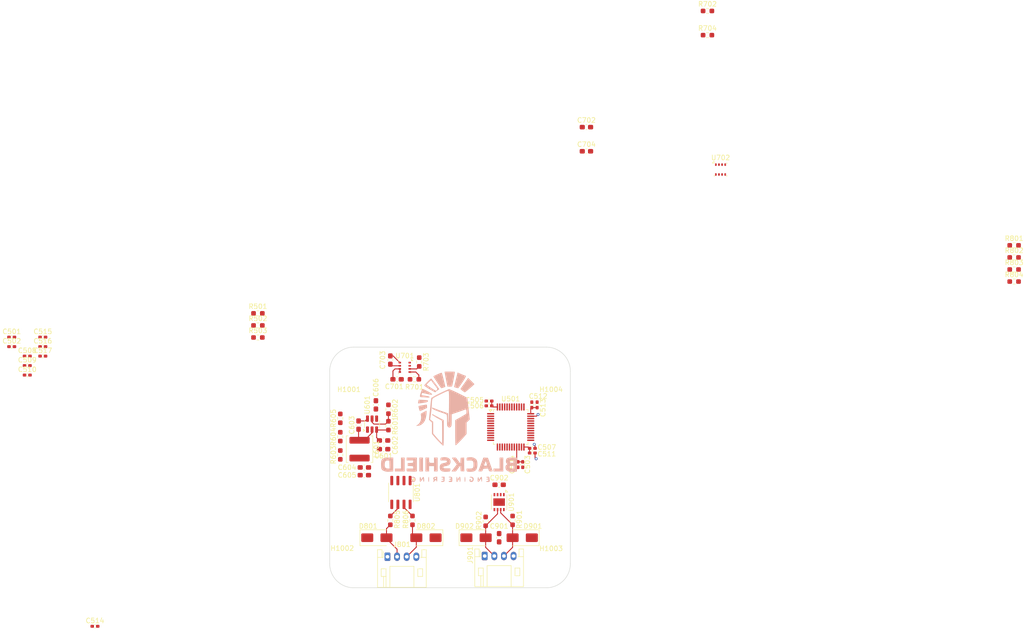
<source format=kicad_pcb>
(kicad_pcb (version 20241229) (generator "pcbnew") (generator_version "9.0")
  (layers (0 "F.Cu" signal) (2 "B.Cu" signal) (13 "F.Paste" user) (15 "B.Paste" user) (5 "F.SilkS" user "F.Silkscreen") (7 "B.SilkS" user "B.Silkscreen") (1 "F.Mask" user) (3 "B.Mask" user) (25 "Edge.Cuts" user))
  (net 0 "")
  (net 1 "+3V3")
  (net 2 "GND")
  (net 3 "/MCU/HSE_IN")
  (net 4 "/MCU/HSE_OUT")
  (net 5 "/MCU/LSE_IN")
  (net 6 "/MCU/LSE_OUT")
  (net 13 "/MCU/BUTTON1")
  (net 16 "/MCU/VREF+")
  (net 22 "/MCU/nRESET")
  (net 24 "/MCU/BUTTON2")
  (net 25 "/MCU/BUTTON3")
  (net 26 "Net-(D801-A2)")
  (net 27 "Net-(D802-A2)")
  (net 28 "Net-(D901-A2)")
  (net 29 "Net-(D902-A2)")
  (net 30 "VDD")
  (net 32 "Net-(U601-EN)")
  (net 33 "Net-(U601-BOOT)")
  (net 34 "V_IN")
  (net 35 "Net-(U601-FB)")
  (net 36 "Net-(U601-SW)")
  (net 37 "I2C1_SCL")
  (net 38 "+5V")
  (net 39 "I2C1_SDA")
  (net 41 "Net-(U801-~{RE})")
  (net 42 "Net-(U801-RO)")
  (net 43 "Net-(U801-B)")
  (net 44 "Net-(U801-DI)")
  (net 45 "Net-(U801-A)")
  (net 46 "Net-(U801-DE)")
  (net 48 "CAN1_RXD")
  (net 49 "CAN1_TXD")
  (net 50 "CAN_TRX_S")
  (net 67 "5V")
  (net 68 "Net-(C606-Pad1)")
  (net 69 "USART1_RX_PIN")
  (net 70 "USART1_RE_PIN")
  (net 71 "USART1_DE_PIN")
  (net 72 "USART1_TX_PIN")
  (net 73 "Net-(C901-Pad1)")
  (footprint "Capacitor_SMD:C_0402_1005Metric_Pad0.74x0.62mm_HandSolder" (layer "F.Cu") (at 55.395 74.9)
    (property "Reference" "C516" (at 0 -1.16 0) (layer "F.SilkS"))
    (property "Value" "100nF")
    (pad "1" smd roundrect (at -0.5675 0) (size 0.735 0.62) (layers "F.Cu" "F.Mask" "F.Paste") (net 3 "/MCU/HSE_IN"))
    (pad "2" smd roundrect (at 0.5675 0) (size 0.735 0.62) (layers "F.Cu" "F.Mask" "F.Paste") (net 2 "GND"))
  )
  (footprint "Package_DFN_QFN:DFN-8-1EP_3x3mm_P0.65mm_EP1.55x2.4mm" (layer "F.Cu") (at 150.2 107.2 -90)
    (property "Reference" "U901" (at 0 -2.55 90) (layer "F.SilkS"))
    (property "Value" "MCP2557FD-xMF")
    (pad "1" smd rect (at -1.55 -0.975 270) (size 0.65 0.35) (layers "F.Cu" "F.Mask" "F.Paste") (net 49 "CAN1_TXD"))
    (pad "2" smd rect (at -1.55 -0.325 270) (size 0.65 0.35) (layers "F.Cu" "F.Mask" "F.Paste") (net 2 "GND"))
    (pad "3" smd rect (at -1.55 0.325 270) (size 0.65 0.35) (layers "F.Cu" "F.Mask" "F.Paste") (net 38 "+5V"))
    (pad "4" smd rect (at -1.55 0.975 270) (size 0.65 0.35) (layers "F.Cu" "F.Mask" "F.Paste") (net 48 "CAN1_RXD"))
    (pad "5" smd rect (at 1.55 0.975 270) (size 0.65 0.35) (layers "F.Cu" "F.Mask" "F.Paste"))
    (pad "6" smd rect (at 1.55 0.325 270) (size 0.65 0.35) (layers "F.Cu" "F.Mask" "F.Paste") (net 29 "Net-(D902-A2)"))
    (pad "7" smd rect (at 1.55 -0.325 270) (size 0.65 0.35) (layers "F.Cu" "F.Mask" "F.Paste") (net 28 "Net-(D901-A2)"))
    (pad "8" smd rect (at 1.55 -0.975 270) (size 0.65 0.35) (layers "F.Cu" "F.Mask" "F.Paste") (net 50 "CAN_TRX_S"))
    (pad "9" smd rect (at 0 0 270) (size 1.55 2.4) (layers "F.Cu" "F.Mask") (net 2 "GND"))
  )
  (footprint "Resistor_SMD:R_0603_1608Metric_Pad0.98x0.95mm_HandSolder" (layer "F.Cu") (at 257.2 61.38)
    (property "Reference" "R804" (at 0 -1.43 0) (layer "F.SilkS"))
    (property "Value" "10R")
    (pad "1" smd roundrect (at -0.9125 0) (size 0.975 0.95) (layers "F.Cu" "F.Mask" "F.Paste") (net 72 "USART1_TX_PIN"))
    (pad "2" smd roundrect (at 0.9125 0) (size 0.975 0.95) (layers "F.Cu" "F.Mask" "F.Paste") (net 44 "Net-(U801-DI)"))
  )
  (footprint "Capacitor_SMD:C_0603_1608Metric_Pad1.08x0.95mm_HandSolder" (layer "F.Cu") (at 126.2 94.4)
    (property "Reference" "C602" (at 2.4 1 90) (layer "F.SilkS"))
    (property "Value" "0.1uF")
    (pad "1" smd roundrect (at -0.8625 0) (size 1.075 0.95) (layers "F.Cu" "F.Mask" "F.Paste") (net 34 "V_IN"))
    (pad "2" smd roundrect (at 0.8625 0) (size 1.075 0.95) (layers "F.Cu" "F.Mask" "F.Paste") (net 2 "GND"))
  )
  (footprint "Resistor_SMD:R_0603_1608Metric_Pad0.98x0.95mm_HandSolder" (layer "F.Cu") (at 117.2 89.8 90)
    (property "Reference" "R605" (at 0 -1.43 90) (layer "F.SilkS"))
    (property "Value" "R")
    (pad "1" smd roundrect (at -0.9125 0 90) (size 0.975 0.95) (layers "F.Cu" "F.Mask" "F.Paste") (net 35 "Net-(U601-FB)"))
    (pad "2" smd roundrect (at 0.9125 0 90) (size 0.975 0.95) (layers "F.Cu" "F.Mask" "F.Paste") (net 2 "GND"))
  )
  (footprint "Capacitor_SMD:C_0402_1005Metric_Pad0.74x0.62mm_HandSolder" (layer "F.Cu") (at 148.1 87.2 180)
    (property "Reference" "C506" (at 3 0 0) (layer "F.SilkS"))
    (property "Value" "100nF")
    (pad "1" smd roundrect (at -0.5675 0 180) (size 0.735 0.62) (layers "F.Cu" "F.Mask" "F.Paste") (net 1 "+3V3"))
    (pad "2" smd roundrect (at 0.5675 0 180) (size 0.735 0.62) (layers "F.Cu" "F.Mask" "F.Paste") (net 2 "GND"))
  )
  (footprint "Capacitor_SMD:C_0603_1608Metric_Pad1.08x0.95mm_HandSolder" (layer "F.Cu") (at 124.6 87 90)
    (property "Reference" "C606" (at 3.6 0 90) (layer "F.SilkS"))
    (property "Value" "22uF")
    (pad "1" smd roundrect (at -0.8625 0 90) (size 1.075 0.95) (layers "F.Cu" "F.Mask" "F.Paste") (net 68 "Net-(C606-Pad1)"))
    (pad "2" smd roundrect (at 0.8625 0 90) (size 1.075 0.95) (layers "F.Cu" "F.Mask" "F.Paste") (net 35 "Net-(U601-FB)"))
  )
  (footprint "Resistor_SMD:R_0603_1608Metric_Pad0.98x0.95mm_HandSolder" (layer "F.Cu") (at 193.4875 5.16)
    (property "Reference" "R702" (at 0 -1.43 0) (layer "F.SilkS"))
    (property "Value" "4.7k")
    (pad "1" smd roundrect (at -0.9125 0) (size 0.975 0.95) (layers "F.Cu" "F.Mask" "F.Paste") (net 38 "+5V"))
    (pad "2" smd roundrect (at 0.9125 0) (size 0.975 0.95) (layers "F.Cu" "F.Mask" "F.Paste") (net 37 "I2C1_SCL"))
  )
  (footprint "Resistor_SMD:R_0603_1608Metric_Pad0.98x0.95mm_HandSolder" (layer "F.Cu") (at 257.2 56.36)
    (property "Reference" "R802" (at 0 -1.43 0) (layer "F.SilkS"))
    (property "Value" "10R")
    (pad "1" smd roundrect (at -0.9125 0) (size 0.975 0.95) (layers "F.Cu" "F.Mask" "F.Paste") (net 70 "USART1_RE_PIN"))
    (pad "2" smd roundrect (at 0.9125 0) (size 0.975 0.95) (layers "F.Cu" "F.Mask" "F.Paste") (net 41 "Net-(U801-~{RE})"))
  )
  (footprint "Connector_JST:JST_PH_S4B-PH-K_1x04_P2.00mm_Horizontal" (layer "F.Cu") (at 147.2 118.4)
    (property "Reference" "J901" (at -3 -0.2 90) (layer "F.SilkS"))
    (property "Value" "Conn_01x04")
    (pad "1" thru_hole roundrect (at 0 0) (size 1.2 1.75) (drill 0.75) (layers "*.Cu" "*.Mask") (roundrect_rratio 0.208333) (net 30 "VDD"))
    (pad "2" thru_hole oval (at 2 0) (size 1.2 1.75) (drill 0.75) (layers "*.Cu" "*.Mask") (net 29 "Net-(D902-A2)"))
    (pad "3" thru_hole oval (at 4 0) (size 1.2 1.75) (drill 0.75) (layers "*.Cu" "*.Mask") (net 28 "Net-(D901-A2)"))
    (pad "4" thru_hole oval (at 6 0) (size 1.2 1.75) (drill 0.75) (layers "*.Cu" "*.Mask") (net 2 "GND"))
  )
  (footprint "Capacitor_SMD:C_0402_1005Metric_Pad0.74x0.62mm_HandSolder" (layer "F.Cu") (at 55.395 72.93)
    (property "Reference" "C515" (at 0 -1.16 0) (layer "F.SilkS"))
    (property "Value" "100nF")
    (pad "1" smd roundrect (at -0.5675 0) (size 0.735 0.62) (layers "F.Cu" "F.Mask" "F.Paste") (net 6 "/MCU/LSE_OUT"))
    (pad "2" smd roundrect (at 0.5675 0) (size 0.735 0.62) (layers "F.Cu" "F.Mask" "F.Paste") (net 2 "GND"))
  )
  (footprint "MountingHole:MountingHole_3.2mm_M3" (layer "F.Cu") (at 161 79)
    (property "Reference" "H1004" (at 0 4.8 0) (layer "F.SilkS"))
    (property "Value" "MountingHole")
    (pad "" np_thru_hole circle (at 0 0) (size 3.2 3.2) (drill 3.2) (layers "*.Cu" "*.Mask"))
  )
  (footprint "Capacitor_SMD:C_0402_1005Metric_Pad0.74x0.62mm_HandSolder" (layer "F.Cu") (at 52.165 78.84)
    (property "Reference" "C509" (at 0 -1.16 0) (layer "F.SilkS"))
    (property "Value" "100nF")
    (pad "1" smd roundrect (at -0.5675 0) (size 0.735 0.62) (layers "F.Cu" "F.Mask" "F.Paste") (net 24 "/MCU/BUTTON2"))
    (pad "2" smd roundrect (at 0.5675 0) (size 0.735 0.62) (layers "F.Cu" "F.Mask" "F.Paste") (net 2 "GND"))
  )
  (footprint "Resistor_SMD:R_0603_1608Metric_Pad0.98x0.95mm_HandSolder" (layer "F.Cu") (at 153 111 90)
    (property "Reference" "R901" (at 0.2 1.4 90) (layer "F.SilkS"))
    (property "Value" "60R")
    (pad "1" smd roundrect (at -0.9125 0 90) (size 0.975 0.95) (layers "F.Cu" "F.Mask" "F.Paste") (net 28 "Net-(D901-A2)"))
    (pad "2" smd roundrect (at 0.9125 0 90) (size 0.975 0.95) (layers "F.Cu" "F.Mask" "F.Paste") (net 73 "Net-(C901-Pad1)"))
  )
  (footprint "Capacitor_SMD:C_0603_1608Metric_Pad1.08x0.95mm_HandSolder" (layer "F.Cu") (at 127.6 77.69 -90)
    (property "Reference" "C703" (at 0 1.6 90) (layer "F.SilkS"))
    (property "Value" "100nF")
    (pad "1" smd roundrect (at -0.8625 0 270) (size 1.075 0.95) (layers "F.Cu" "F.Mask" "F.Paste") (net 38 "+5V"))
    (pad "2" smd roundrect (at 0.8625 0 270) (size 1.075 0.95) (layers "F.Cu" "F.Mask" "F.Paste") (net 2 "GND"))
  )
  (footprint "Diode_SMD:D_SMA" (layer "F.Cu") (at 135 114.6 180)
    (property "Reference" "D802" (at 0 2.4 0) (layer "F.SilkS"))
    (property "Value" "SMAJ7.0CA")
    (pad "1" smd roundrect (at -2 0 180) (size 2.5 1.8) (layers "F.Cu" "F.Mask" "F.Paste") (roundrect_rratio 0.1388888889) (net 2 "GND"))
    (pad "2" smd roundrect (at 2 0 180) (size 2.5 1.8) (layers "F.Cu" "F.Mask" "F.Paste") (roundrect_rratio 0.1388888889) (net 27 "Net-(D802-A2)"))
  )
  (footprint "Capacitor_SMD:C_0402_1005Metric_Pad0.74x0.62mm_HandSolder" (layer "F.Cu") (at 66.2325 133)
    (property "Reference" "C514" (at 0 -1.16 0) (layer "F.SilkS"))
    (property "Value" "100nF")
    (pad "1" smd roundrect (at -0.5675 0) (size 0.735 0.62) (layers "F.Cu" "F.Mask" "F.Paste") (net 5 "/MCU/LSE_IN"))
    (pad "2" smd roundrect (at 0.5675 0) (size 0.735 0.62) (layers "F.Cu" "F.Mask" "F.Paste") (net 2 "GND"))
  )
  (footprint "Connector_JST:JST_PH_S4B-PH-K_1x04_P2.00mm_Horizontal" (layer "F.Cu") (at 127 118.55)
    (property "Reference" "J801" (at 3 -2.55 0) (layer "F.SilkS"))
    (property "Value" "Conn_01x04")
    (pad "1" thru_hole roundrect (at 0 0) (size 1.2 1.75) (drill 0.75) (layers "*.Cu" "*.Mask") (roundrect_rratio 0.208333) (net 30 "VDD"))
    (pad "2" thru_hole oval (at 2 0) (size 1.2 1.75) (drill 0.75) (layers "*.Cu" "*.Mask") (net 26 "Net-(D801-A2)"))
    (pad "3" thru_hole oval (at 4 0) (size 1.2 1.75) (drill 0.75) (layers "*.Cu" "*.Mask") (net 27 "Net-(D802-A2)"))
    (pad "4" thru_hole oval (at 6 0) (size 1.2 1.75) (drill 0.75) (layers "*.Cu" "*.Mask") (net 2 "GND"))
  )
  (footprint "Capacitor_SMD:C_0603_1608Metric_Pad1.08x0.95mm_HandSolder" (layer "F.Cu") (at 150.2 114.6 -90)
    (property "Reference" "C901" (at -2.4 0 0) (layer "F.SilkS"))
    (property "Value" "4700pF")
    (pad "1" smd roundrect (at -0.8625 0 270) (size 1.075 0.95) (layers "F.Cu" "F.Mask" "F.Paste") (net 73 "Net-(C901-Pad1)"))
    (pad "2" smd roundrect (at 0.8625 0 270) (size 1.075 0.95) (layers "F.Cu" "F.Mask" "F.Paste") (net 2 "GND"))
  )
  (footprint "Capacitor_SMD:C_0603_1608Metric_Pad1.08x0.95mm_HandSolder" (layer "F.Cu") (at 122.2 100)
    (property "Reference" "C604" (at -3.6 0 0) (layer "F.SilkS"))
    (property "Value" "22uF")
    (pad "1" smd roundrect (at -0.8625 0) (size 1.075 0.95) (layers "F.Cu" "F.Mask" "F.Paste") (net 67 "5V"))
    (pad "2" smd roundrect (at 0.8625 0) (size 1.075 0.95) (layers "F.Cu" "F.Mask" "F.Paste") (net 2 "GND"))
  )
  (footprint "Capacitor_SMD:C_0402_1005Metric_Pad0.74x0.62mm_HandSolder" (layer "F.Cu") (at 55.395 76.87)
    (property "Reference" "C517" (at 0 -1.16 0) (layer "F.SilkS"))
    (property "Value" "100nF")
    (pad "1" smd roundrect (at -0.5675 0) (size 0.735 0.62) (layers "F.Cu" "F.Mask" "F.Paste") (net 4 "/MCU/HSE_OUT"))
    (pad "2" smd roundrect (at 0.5675 0) (size 0.735 0.62) (layers "F.Cu" "F.Mask" "F.Paste") (net 2 "GND"))
  )
  (footprint "Resistor_SMD:R_0603_1608Metric_Pad0.98x0.95mm_HandSolder" (layer "F.Cu") (at 117.2 93.6 90)
    (property "Reference" "R604" (at 0 -1.43 90) (layer "F.SilkS"))
    (property "Value" "R")
    (pad "1" smd roundrect (at -0.9125 0 90) (size 0.975 0.95) (layers "F.Cu" "F.Mask" "F.Paste") (net 68 "Net-(C606-Pad1)"))
    (pad "2" smd roundrect (at 0.9125 0 90) (size 0.975 0.95) (layers "F.Cu" "F.Mask" "F.Paste") (net 35 "Net-(U601-FB)"))
  )
  (footprint "Capacitor_SMD:C_0603_1608Metric_Pad1.08x0.95mm_HandSolder" (layer "F.Cu") (at 168.3375 29.29)
    (property "Reference" "C702" (at 0 -1.43 0) (layer "F.SilkS"))
    (property "Value" "100nF")
    (pad "1" smd roundrect (at -0.8625 0) (size 1.075 0.95) (layers "F.Cu" "F.Mask" "F.Paste") (net 38 "+5V"))
    (pad "2" smd roundrect (at 0.8625 0) (size 1.075 0.95) (layers "F.Cu" "F.Mask" "F.Paste") (net 2 "GND"))
  )
  (footprint "Resistor_SMD:R_0603_1608Metric_Pad0.98x0.95mm_HandSolder" (layer "F.Cu") (at 100.0875 70.49)
    (property "Reference" "R502" (at 0 -1.43 0) (layer "F.SilkS"))
    (property "Value" "4.7K")
    (pad "1" smd roundrect (at -0.9125 0) (size 0.975 0.95) (layers "F.Cu" "F.Mask" "F.Paste") (net 1 "+3V3"))
    (pad "2" smd roundrect (at 0.9125 0) (size 0.975 0.95) (layers "F.Cu" "F.Mask" "F.Paste") (net 24 "/MCU/BUTTON2"))
  )
  (footprint "Capacitor_SMD:C_0402_1005Metric_Pad0.74x0.62mm_HandSolder" (layer "F.Cu") (at 48.935 72.93)
    (property "Reference" "C501" (at 0 -1.16 0) (layer "F.SilkS"))
    (property "Value" "1uF")
    (pad "1" smd roundrect (at -0.5675 0) (size 0.735 0.62) (layers "F.Cu" "F.Mask" "F.Paste") (net 1 "+3V3"))
    (pad "2" smd roundrect (at 0.5675 0) (size 0.735 0.62) (layers "F.Cu" "F.Mask" "F.Paste") (net 2 "GND"))
  )
  (footprint "Diode_SMD:D_SMA" (layer "F.Cu") (at 124.8 114.6)
    (property "Reference" "D801" (at -1.8 -2.4 0) (layer "F.SilkS"))
    (property "Value" "SMAJ7.0CA")
    (pad "1" smd roundrect (at -2 0) (size 2.5 1.8) (layers "F.Cu" "F.Mask" "F.Paste") (roundrect_rratio 0.1388888889) (net 2 "GND"))
    (pad "2" smd roundrect (at 2 0) (size 2.5 1.8) (layers "F.Cu" "F.Mask" "F.Paste") (roundrect_rratio 0.1388888889) (net 26 "Net-(D801-A2)"))
  )
  (footprint "Package_LGA:Bosch_LGA-8_2.5x2.5mm_P0.65mm_ClockwisePinNumbering" (layer "F.Cu") (at 196.2 38.11)
    (property "Reference" "U702" (at 0.015 -2.465 0) (layer "F.SilkS"))
    (property "Value" "BME280")
    (pad "1" smd rect (at -0.975 -1.025 90) (size 0.5 0.35) (layers "F.Cu" "F.Mask" "F.Paste") (net 2 "GND"))
    (pad "2" smd rect (at -0.325 -1.025 90) (size 0.5 0.35) (layers "F.Cu" "F.Mask" "F.Paste") (net 38 "+5V"))
    (pad "3" smd rect (at 0.325 -1.025 90) (size 0.5 0.35) (layers "F.Cu" "F.Mask" "F.Paste") (net 39 "I2C1_SDA"))
    (pad "4" smd rect (at 0.975 -1.025 90) (size 0.5 0.35) (layers "F.Cu" "F.Mask" "F.Paste") (net 37 "I2C1_SCL"))
    (pad "5" smd rect (at 0.975 1.025 90) (size 0.5 0.35) (layers "F.Cu" "F.Mask" "F.Paste") (net 2 "GND"))
    (pad "6" smd rect (at 0.325 1.025 90) (size 0.5 0.35) (layers "F.Cu" "F.Mask" "F.Paste") (net 38 "+5V"))
    (pad "7" smd rect (at -0.325 1.025 90) (size 0.5 0.35) (layers "F.Cu" "F.Mask" "F.Paste") (net 2 "GND"))
    (pad "8" smd rect (at -0.975 1.025 90) (size 0.5 0.35) (layers "F.Cu" "F.Mask" "F.Paste") (net 38 "+5V"))
  )
  (footprint "Package_QFP:LQFP-48_7x7mm_P0.5mm" (layer "F.Cu") (at 152.6 91.6)
    (property "Reference" "U501" (at 0 -5.85 0) (layer "F.SilkS"))
    (property "Value" "STM32G431CBTx")
    (pad "1" smd roundrect (at -4.1625 -2.75) (size 1.475 0.3) (layers "F.Cu" "F.Mask" "F.Paste") (net 1 "+3V3"))
    (pad "2" smd roundrect (at -4.1625 -2.25) (size 1.475 0.3) (layers "F.Cu" "F.Mask" "F.Paste"))
    (pad "3" smd roundrect (at -4.1625 -1.75) (size 1.475 0.3) (layers "F.Cu" "F.Mask" "F.Paste") (net 5 "/MCU/LSE_IN"))
    (pad "4" smd roundrect (at -4.1625 -1.25) (size 1.475 0.3) (layers "F.Cu" "F.Mask" "F.Paste") (net 6 "/MCU/LSE_OUT"))
    (pad "5" smd roundrect (at -4.1625 -0.75) (size 1.475 0.3) (layers "F.Cu" "F.Mask" "F.Paste") (net 3 "/MCU/HSE_IN"))
    (pad "6" smd roundrect (at -4.1625 -0.25) (size 1.475 0.3) (layers "F.Cu" "F.Mask" "F.Paste") (net 4 "/MCU/HSE_OUT"))
    (pad "7" smd roundrect (at -4.1625 0.25) (size 1.475 0.3) (layers "F.Cu" "F.Mask" "F.Paste") (net 22 "/MCU/nRESET"))
    (pad "8" smd roundrect (at -4.1625 0.75) (size 1.475 0.3) (layers "F.Cu" "F.Mask" "F.Paste"))
    (pad "9" smd roundrect (at -4.1625 1.25) (size 1.475 0.3) (layers "F.Cu" "F.Mask" "F.Paste"))
    (pad "10" smd roundrect (at -4.1625 1.75) (size 1.475 0.3) (layers "F.Cu" "F.Mask" "F.Paste"))
    (pad "11" smd roundrect (at -4.1625 2.25) (size 1.475 0.3) (layers "F.Cu" "F.Mask" "F.Paste"))
    (pad "12" smd roundrect (at -4.1625 2.75) (size 1.475 0.3) (layers "F.Cu" "F.Mask" "F.Paste"))
    (pad "13" smd roundrect (at -2.75 4.1625) (size 0.3 1.475) (layers "F.Cu" "F.Mask" "F.Paste"))
    (pad "14" smd roundrect (at -2.25 4.1625) (size 0.3 1.475) (layers "F.Cu" "F.Mask" "F.Paste"))
    (pad "15" smd roundrect (at -1.75 4.1625) (size 0.3 1.475) (layers "F.Cu" "F.Mask" "F.Paste"))
    (pad "16" smd roundrect (at -1.25 4.1625) (size 0.3 1.475) (layers "F.Cu" "F.Mask" "F.Paste"))
    (pad "17" smd roundrect (at -0.75 4.1625) (size 0.3 1.475) (layers "F.Cu" "F.Mask" "F.Paste"))
    (pad "18" smd roundrect (at -0.25 4.1625) (size 0.3 1.475) (layers "F.Cu" "F.Mask" "F.Paste"))
    (pad "19" smd roundrect (at 0.25 4.1625) (size 0.3 1.475) (layers "F.Cu" "F.Mask" "F.Paste") (net 2 "GND"))
    (pad "20" smd roundrect (at 0.75 4.1625) (size 0.3 1.475) (layers "F.Cu" "F.Mask" "F.Paste") (net 16 "/MCU/VREF+"))
    (pad "21" smd roundrect (at 1.25 4.1625) (size 0.3 1.475) (layers "F.Cu" "F.Mask" "F.Paste") (net 1 "+3V3"))
    (pad "22" smd roundrect (at 1.75 4.1625) (size 0.3 1.475) (layers "F.Cu" "F.Mask" "F.Paste"))
    (pad "23" smd roundrect (at 2.25 4.1625) (size 0.3 1.475) (layers "F.Cu" "F.Mask" "F.Paste") (net 2 "GND"))
    (pad "24" smd roundrect (at 2.75 4.1625) (size 0.3 1.475) (layers "F.Cu" "F.Mask" "F.Paste") (net 1 "+3V3"))
    (pad "25" smd roundrect (at 4.1625 2.75) (size 1.475 0.3) (layers "F.Cu" "F.Mask" "F.Paste"))
    (pad "26" smd roundrect (at 4.1625 2.25) (size 1.475 0.3) (layers "F.Cu" "F.Mask" "F.Paste"))
    (pad "27" smd roundrect (at 4.1625 1.75) (size 1.475 0.3) (layers "F.Cu" "F.Mask" "F.Paste"))
    (pad "28" smd roundrect (at 4.1625 1.25) (size 1.475 0.3) (layers "F.Cu" "F.Mask" "F.Paste"))
    (pad "29" smd roundrect (at 4.1625 0.75) (size 1.475 0.3) (layers "F.Cu" "F.Mask" "F.Paste"))
    (pad "30" smd roundrect (at 4.1625 0.25) (size 1.475 0.3) (layers "F.Cu" "F.Mask" "F.Paste"))
    (pad "31" smd roundrect (at 4.1625 -0.25) (size 1.475 0.3) (layers "F.Cu" "F.Mask" "F.Paste"))
    (pad "32" smd roundrect (at 4.1625 -0.75) (size 1.475 0.3) (layers "F.Cu" "F.Mask" "F.Paste"))
    (pad "33" smd roundrect (at 4.1625 -1.25) (size 1.475 0.3) (layers "F.Cu" "F.Mask" "F.Paste"))
    (pad "34" smd roundrect (at 4.1625 -1.75) (size 1.475 0.3) (layers "F.Cu" "F.Mask" "F.Paste"))
    (pad "35" smd roundrect (at 4.1625 -2.25) (size 1.475 0.3) (layers "F.Cu" "F.Mask" "F.Paste") (net 2 "GND"))
    (pad "36" smd roundrect (at 4.1625 -2.75) (size 1.475 0.3) (layers "F.Cu" "F.Mask" "F.Paste") (net 1 "+3V3"))
    (pad "37" smd roundrect (at 2.75 -4.1625) (size 0.3 1.475) (layers "F.Cu" "F.Mask" "F.Paste"))
    (pad "38" smd roundrect (at 2.25 -4.1625) (size 0.3 1.475) (layers "F.Cu" "F.Mask" "F.Paste"))
    (pad "39" smd roundrect (at 1.75 -4.1625) (size 0.3 1.475) (layers "F.Cu" "F.Mask" "F.Paste"))
    (pad "40" smd roundrect (at 1.25 -4.1625) (size 0.3 1.475) (layers "F.Cu" "F.Mask" "F.Paste"))
    (pad "41" smd roundrect (at 0.75 -4.1625) (size 0.3 1.475) (layers "F.Cu" "F.Mask" "F.Paste"))
    (pad "42" smd roundrect (at 0.25 -4.1625) (size 0.3 1.475) (layers "F.Cu" "F.Mask" "F.Paste"))
    (pad "43" smd roundrect (at -0.25 -4.1625) (size 0.3 1.475) (layers "F.Cu" "F.Mask" "F.Paste"))
    (pad "44" smd roundrect (at -0.75 -4.1625) (size 0.3 1.475) (layers "F.Cu" "F.Mask" "F.Paste"))
    (pad "45" smd roundrect (at -1.25 -4.1625) (size 0.3 1.475) (layers "F.Cu" "F.Mask" "F.Paste"))
    (pad "46" smd roundrect (at -1.75 -4.1625) (size 0.3 1.475) (layers "F.Cu" "F.Mask" "F.Paste"))
    (pad "47" smd roundrect (at -2.25 -4.1625) (size 0.3 1.475) (layers "F.Cu" "F.Mask" "F.Paste") (net 2 "GND"))
    (pad "48" smd roundrect (at -2.75 -4.1625) (size 0.3 1.475) (layers "F.Cu" "F.Mask" "F.Paste") (net 1 "+3V3"))
  )
  (footprint "Resistor_SMD:R_0603_1608Metric_Pad0.98x0.95mm_HandSolder" (layer "F.Cu") (at 100.0875 73)
    (property "Reference" "R503" (at 0 -1.43 0) (layer "F.SilkS"))
    (property "Value" "4.7K")
    (pad "1" smd roundrect (at -0.9125 0) (size 0.975 0.95) (layers "F.Cu" "F.Mask" "F.Paste") (net 1 "+3V3"))
    (pad "2" smd roundrect (at 0.9125 0) (size 0.975 0.95) (layers "F.Cu" "F.Mask" "F.Paste") (net 25 "/MCU/BUTTON3"))
  )
  (footprint "Capacitor_SMD:C_0402_1005Metric_Pad0.74x0.62mm_HandSolder" (layer "F.Cu") (at 52.165 76.87)
    (property "Reference" "C508" (at 0 -1.16 0) (layer "F.SilkS"))
    (property "Value" "100nF")
    (pad "1" smd roundrect (at -0.5675 0) (size 0.735 0.62) (layers "F.Cu" "F.Mask" "F.Paste") (net 13 "/MCU/BUTTON1"))
    (pad "2" smd roundrect (at 0.5675 0) (size 0.735 0.62) (layers "F.Cu" "F.Mask" "F.Paste") (net 2 "GND"))
  )
  (footprint "MountingHole:MountingHole_3.2mm_M3" (layer "F.Cu") (at 119 121)
    (property "Reference" "H1002" (at -1.4 -4.2 0) (layer "F.SilkS"))
    (property "Value" "MountingHole")
    (pad "" np_thru_hole circle (at 0 0) (size 3.2 3.2) (drill 3.2) (layers "*.Cu" "*.Mask"))
  )
  (footprint "Capacitor_SMD:C_0402_1005Metric_Pad0.74x0.62mm_HandSolder" (layer "F.Cu") (at 156.99 87 90)
    (property "Reference" "C512" (at 1.8 1.31 180) (layer "F.SilkS"))
    (property "Value" "4.7uF")
    (pad "1" smd roundrect (at -0.5675 0 90) (size 0.735 0.62) (layers "F.Cu" "F.Mask" "F.Paste") (net 1 "+3V3"))
    (pad "2" smd roundrect (at 0.5675 0 90) (size 0.735 0.62) (layers "F.Cu" "F.Mask" "F.Paste") (net 2 "GND"))
  )
  (footprint "Capacitor_SMD:C_0603_1608Metric_Pad1.08x0.95mm_HandSolder" (layer "F.Cu") (at 150.2 103.6)
    (property "Reference" "C902" (at 0 -1.43 0) (layer "F.SilkS"))
    (property "Value" "0.1uF")
    (pad "1" smd roundrect (at -0.8625 0) (size 1.075 0.95) (layers "F.Cu" "F.Mask" "F.Paste") (net 38 "+5V"))
    (pad "2" smd roundrect (at 0.8625 0) (size 1.075 0.95) (layers "F.Cu" "F.Mask" "F.Paste") (net 2 "GND"))
  )
  (footprint "Capacitor_SMD:C_0603_1608Metric_Pad1.08x0.95mm_HandSolder" (layer "F.Cu") (at 168.3375 34.31)
    (property "Reference" "C704" (at 0 -1.43 0) (layer "F.SilkS"))
    (property "Value" "100nF")
    (pad "1" smd roundrect (at -0.8625 0) (size 1.075 0.95) (layers "F.Cu" "F.Mask" "F.Paste") (net 38 "+5V"))
    (pad "2" smd roundrect (at 0.8625 0) (size 1.075 0.95) (layers "F.Cu" "F.Mask" "F.Paste") (net 2 "GND"))
  )
  (footprint "Capacitor_SMD:C_0603_1608Metric_Pad1.08x0.95mm_HandSolder" (layer "F.Cu") (at 129 81.69)
    (property "Reference" "C701" (at -0.6 1.51 0) (layer "F.SilkS"))
    (property "Value" "100nF")
    (pad "1" smd roundrect (at -0.8625 0) (size 1.075 0.95) (layers "F.Cu" "F.Mask" "F.Paste") (net 38 "+5V"))
    (pad "2" smd roundrect (at 0.8625 0) (size 1.075 0.95) (layers "F.Cu" "F.Mask" "F.Paste") (net 2 "GND"))
  )
  (footprint "Resistor_SMD:R_0603_1608Metric_Pad0.98x0.95mm_HandSolder" (layer "F.Cu") (at 127.2 91.3125 90)
    (property "Reference" "R601" (at 0 1.4 90) (layer "F.SilkS"))
    (property "Value" "511K")
    (pad "1" smd roundrect (at -0.9125 0 90) (size 0.975 0.95) (layers "F.Cu" "F.Mask" "F.Paste") (net 34 "V_IN"))
    (pad "2" smd roundrect (at 0.9125 0 90) (size 0.975 0.95) (layers "F.Cu" "F.Mask" "F.Paste") (net 32 "Net-(U601-EN)"))
  )
  (footprint "Capacitor_SMD:C_0603_1608Metric_Pad1.08x0.95mm_HandSolder" (layer "F.Cu") (at 126.2 96.2)
    (property "Reference" "C601" (at 0 1.4 0) (layer "F.SilkS"))
    (property "Value" "10uF")
    (pad "1" smd roundrect (at -0.8625 0) (size 1.075 0.95) (layers "F.Cu" "F.Mask" "F.Paste") (net 34 "V_IN"))
    (pad "2" smd roundrect (at 0.8625 0) (size 1.075 0.95) (layers "F.Cu" "F.Mask" "F.Paste") (net 2 "GND"))
  )
  (footprint "Capacitor_SMD:C_0402_1005Metric_Pad0.74x0.62mm_HandSolder" (layer "F.Cu") (at 158.1 87 90)
    (property "Reference" "C513" (at -0.6 1.2 90) (layer "F.SilkS"))
    (property "Value" "100nF")
    (pad "1" smd roundrect (at -0.5675 0 90) (size 0.735 0.62) (layers "F.Cu" "F.Mask" "F.Paste") (net 1 "+3V3"))
    (pad "2" smd roundrect (at 0.5675 0 90) (size 0.735 0.62) (layers "F.Cu" "F.Mask" "F.Paste") (net 2 "GND"))
  )
  (footprint "Capacitor_SMD:C_0402_1005Metric_Pad0.74x0.62mm_HandSolder" (layer "F.Cu") (at 157.1 97)
    (property "Reference" "C511" (at 3 0.2 0) (layer "F.SilkS"))
    (property "Value" "100nF")
    (pad "1" smd roundrect (at -0.5675 0) (size 0.735 0.62) (layers "F.Cu" "F.Mask" "F.Paste") (net 1 "+3V3"))
    (pad "2" smd roundrect (at 0.5675 0) (size 0.735 0.62) (layers "F.Cu" "F.Mask" "F.Paste") (net 2 "GND"))
  )
  (footprint "Capacitor_SMD:C_0603_1608Metric_Pad1.08x0.95mm_HandSolder" (layer "F.Cu") (at 121 91.2 -90)
    (property "Reference" "C603" (at 0 1.4 90) (layer "F.SilkS"))
    (property "Value" "0.1uF")
    (pad "1" smd roundrect (at -0.8625 0 270) (size 1.075 0.95) (layers "F.Cu" "F.Mask" "F.Paste") (net 33 "Net-(U601-BOOT)"))
    (pad "2" smd roundrect (at 0.8625 0 270) (size 1.075 0.95) (layers "F.Cu" "F.Mask" "F.Paste") (net 36 "Net-(U601-SW)"))
  )
  (footprint "Resistor_SMD:R_0603_1608Metric_Pad0.98x0.95mm_HandSolder" (layer "F.Cu") (at 257.2 53.85)
    (property "Reference" "R801" (at 0 -1.43 0) (layer "F.SilkS"))
    (property "Value" "10R")
    (pad "1" smd roundrect (at -0.9125 0) (size 0.975 0.95) (layers "F.Cu" "F.Mask" "F.Paste") (net 69 "USART1_RX_PIN"))
    (pad "2" smd roundrect (at 0.9125 0) (size 0.975 0.95) (layers "F.Cu" "F.Mask" "F.Paste") (net 42 "Net-(U801-RO)"))
  )
  (footprint "Capacitor_SMD:C_0402_1005Metric_Pad0.74x0.62mm_HandSolder" (layer "F.Cu") (at 154.13 99.4 -90)
    (property "Reference" "C504" (at 0 1.23 90) (layer "F.SilkS"))
    (property "Value" "10nF")
    (pad "1" smd roundrect (at -0.5675 0 270) (size 0.735 0.62) (layers "F.Cu" "F.Mask" "F.Paste") (net 1 "+3V3"))
    (pad "2" smd roundrect (at 0.5675 0 270) (size 0.735 0.62) (layers "F.Cu" "F.Mask" "F.Paste") (net 2 "GND"))
  )
  (footprint "Capacitor_SMD:C_0402_1005Metric_Pad0.74x0.62mm_HandSolder" (layer "F.Cu") (at 148.1 86.2 180)
    (property "Reference" "C505" (at 3 0.2 0) (layer "F.SilkS"))
    (property "Value" "4.7uF")
    (pad "1" smd roundrect (at -0.5675 0 180) (size 0.735 0.62) (layers "F.Cu" "F.Mask" "F.Paste") (net 1 "+3V3"))
    (pad "2" smd roundrect (at 0.5675 0 180) (size 0.735 0.62) (layers "F.Cu" "F.Mask" "F.Paste") (net 2 "GND"))
  )
  (footprint "Resistor_SMD:R_0603_1608Metric_Pad0.98x0.95mm_HandSolder" (layer "F.Cu") (at 133.6 78.09 -90)
    (property "Reference" "R703" (at 0 -1.43 90) (layer "F.SilkS"))
    (property "Value" "4.7k")
    (pad "1" smd roundrect (at -0.9125 0 270) (size 0.975 0.95) (layers "F.Cu" "F.Mask" "F.Paste") (net 38 "+5V"))
    (pad "2" smd roundrect (at 0.9125 0 270) (size 0.975 0.95) (layers "F.Cu" "F.Mask" "F.Paste") (net 39 "I2C1_SDA"))
  )
  (footprint "Diode_SMD:D_SMA" (layer "F.Cu") (at 145.4 114.6)
    (property "Reference" "D902" (at -2.4 -2.4 0) (layer "F.SilkS"))
    (property "Value" "SMAJ7.0CA")
    (pad "1" smd roundrect (at -2 0) (size 2.5 1.8) (layers "F.Cu" "F.Mask" "F.Paste") (roundrect_rratio 0.1388888889) (net 2 "GND"))
    (pad "2" smd roundrect (at 2 0) (size 2.5 1.8) (layers "F.Cu" "F.Mask" "F.Paste") (roundrect_rratio 0.1388888889) (net 29 "Net-(D902-A2)"))
  )
  (footprint "Resistor_SMD:R_0603_1608Metric_Pad0.98x0.95mm_HandSolder" (layer "F.Cu") (at 132.6 81.69)
    (property "Reference" "R701" (at 0 1.6 0) (layer "F.SilkS"))
    (property "Value" "4.7k")
    (pad "1" smd roundrect (at -0.9125 0) (size 0.975 0.95) (layers "F.Cu" "F.Mask" "F.Paste") (net 38 "+5V"))
    (pad "2" smd roundrect (at 0.9125 0) (size 0.975 0.95) (layers "F.Cu" "F.Mask" "F.Paste") (net 37 "I2C1_SCL"))
  )
  (footprint "Resistor_SMD:R_0603_1608Metric_Pad0.98x0.95mm_HandSolder" (layer "F.Cu") (at 100.0875 67.98)
    (property "Reference" "R501" (at 0 -1.43 0) (layer "F.SilkS"))
    (property "Value" "4.7K")
    (pad "1" smd roundrect (at -0.9125 0) (size 0.975 0.95) (layers "F.Cu" "F.Mask" "F.Paste") (net 1 "+3V3"))
    (pad "2" smd roundrect (at 0.9125 0) (size 0.975 0.95) (layers "F.Cu" "F.Mask" "F.Paste") (net 13 "/MCU/BUTTON1"))
  )
  (footprint "MountingHole:MountingHole_3.2mm_M3" (layer "F.Cu") (at 119 79)
    (property "Reference" "H1001" (at 0 4.8 0) (layer "F.SilkS"))
    (property "Value" "MountingHole")
    (pad "" np_thru_hole circle (at 0 0) (size 3.2 3.2) (drill 3.2) (layers "*.Cu" "*.Mask"))
  )
  (footprint "Inductor_SMD:L_APV_ANR5045" (layer "F.Cu") (at 121.2 96.2 -90)
    (property "Reference" "L601" (at 0 -3.5 90) (layer "F.SilkS"))
    (property "Value" "10uH")
    (pad "1" smd roundrect (at -1.85 0 270) (size 1.4 4.2) (layers "F.Cu" "F.Mask" "F.Paste") (roundrect_rratio 0.178571) (net 36 "Net-(U601-SW)"))
    (pad "2" smd roundrect (at 1.85 0 270) (size 1.4 4.2) (layers "F.Cu" "F.Mask" "F.Paste") (roundrect_rratio 0.178571) (net 67 "5V"))
  )
  (footprint "Resistor_SMD:R_0603_1608Metric_Pad0.98x0.95mm_HandSolder" (layer "F.Cu") (at 193.4875 10.18)
    (property "Reference" "R704" (at 0 -1.43 0) (layer "F.SilkS"))
    (property "Value" "4.7k")
    (pad "1" smd roundrect (at -0.9125 0) (size 0.975 0.95) (layers "F.Cu" "F.Mask" "F.Paste") (net 38 "+5V"))
    (pad "2" smd roundrect (at 0.9125 0) (size 0.975 0.95) (layers "F.Cu" "F.Mask" "F.Paste") (net 39 "I2C1_SDA"))
  )
  (footprint "Package_LGA:Bosch_LGA-8_2.5x2.5mm_P0.65mm_ClockwisePinNumbering" (layer "F.Cu") (at 130.6 79.2 -90)
    (property "Reference" "U701" (at -2.4 0 180) (layer "F.SilkS"))
    (property "Value" "BME280")
    (pad "1" smd rect (at -0.975 -1.025) (size 0.5 0.35) (layers "F.Cu" "F.Mask" "F.Paste") (net 2 "GND"))
    (pad "2" smd rect (at -0.325 -1.025) (size 0.5 0.35) (layers "F.Cu" "F.Mask" "F.Paste") (net 38 "+5V"))
    (pad "3" smd rect (at 0.325 -1.025) (size 0.5 0.35) (layers "F.Cu" "F.Mask" "F.Paste") (net 39 "I2C1_SDA"))
    (pad "4" smd rect (at 0.975 -1.025) (size 0.5 0.35) (layers "F.Cu" "F.Mask" "F.Paste") (net 37 "I2C1_SCL"))
    (pad "5" smd rect (at 0.975 1.025) (size 0.5 0.35) (layers "F.Cu" "F.Mask" "F.Paste") (net 38 "+5V"))
    (pad "6" smd rect (at 0.325 1.025) (size 0.5 0.35) (layers "F.Cu" "F.Mask" "F.Paste") (net 38 "+5V"))
    (pad "7" smd rect (at -0.325 1.025) (size 0.5 0.35) (layers "F.Cu" "F.Mask" "F.Paste") (net 2 "GND"))
    (pad "8" smd rect (at -0.975 1.025) (size 0.5 0.35) (layers "F.Cu" "F.Mask" "F.Paste") (net 38 "+5V"))
  )
  (footprint "Capacitor_SMD:C_0402_1005Metric_Pad0.74x0.62mm_HandSolder" (layer "F.Cu") (at 157.1 96.03)
    (property "Reference" "C507" (at 3 -0.23 0) (layer "F.SilkS"))
    (property "Value" "4.7uF")
    (pad "1" smd roundrect (at -0.5675 0) (size 0.735 0.62) (layers "F.Cu" "F.Mask" "F.Paste") (net 1 "+3V3"))
    (pad "2" smd roundrect (at 0.5675 0) (size 0.735 0.62) (layers "F.Cu" "F.Mask" "F.Paste") (net 2 "GND"))
  )
  (footprint "Resistor_SMD:R_0603_1608Metric_Pad0.98x0.95mm_HandSolder" (layer "F.Cu") (at 132.2 111 -90)
    (property "Reference" "R806" (at -0.2 1.4 90) (layer "F.SilkS"))
    (property "Value" "10R")
    (pad "1" smd roundrect (at -0.9125 0 270) (size 0.975 0.95) (layers "F.Cu" "F.Mask" "F.Paste") (net 43 "Net-(U801-B)"))
    (pad "2" smd roundrect (at 0.9125 0 270) (size 0.975 0.95) (layers "F.Cu" "F.Mask" "F.Paste") (net 27 "Net-(D802-A2)"))
  )
  (footprint "Capacitor_SMD:C_0603_1608Metric_Pad1.08x0.95mm_HandSolder" (layer "F.Cu") (at 122.2 101.6)
    (property "Reference" "C605" (at -3.6 0 0) (layer "F.SilkS"))
    (property "Value" "22uF")
    (pad "1" smd roundrect (at -0.8625 0) (size 1.075 0.95) (layers "F.Cu" "F.Mask" "F.Paste") (net 67 "5V"))
    (pad "2" smd roundrect (at 0.8625 0) (size 1.075 0.95) (layers "F.Cu" "F.Mask" "F.Paste") (net 2 "GND"))
  )
  (footprint "Capacitor_SMD:C_0402_1005Metric_Pad0.74x0.62mm_HandSolder" (layer "F.Cu") (at 52.165 80.81)
    (property "Reference" "C510" (at 0 -1.16 0) (layer "F.SilkS"))
    (property "Value" "100nF")
    (pad "1" smd roundrect (at -0.5675 0) (size 0.735 0.62) (layers "F.Cu" "F.Mask" "F.Paste") (net 25 "/MCU/BUTTON3"))
    (pad "2" smd roundrect (at 0.5675 0) (size 0.735 0.62) (layers "F.Cu" "F.Mask" "F.Paste") (net 2 "GND"))
  )
  (footprint "Capacitor_SMD:C_0402_1005Metric_Pad0.74x0.62mm_HandSolder" (layer "F.Cu") (at 155.1 99.4 -90)
    (property "Reference" "C503" (at 0 -1 90) (layer "F.SilkS"))
    (property "Value" "1uF")
    (pad "1" smd roundrect (at -0.5675 0 270) (size 0.735 0.62) (layers "F.Cu" "F.Mask" "F.Paste") (net 1 "+3V3"))
    (pad "2" smd roundrect (at 0.5675 0 270) (size 0.735 0.62) (layers "F.Cu" "F.Mask" "F.Paste") (net 2 "GND"))
  )
  (footprint "Package_TO_SOT_SMD:SOT-23-6" (layer "F.Cu") (at 123.8 91 90)
    (property "Reference" "U601" (at 4 -1 90) (layer "F.SilkS"))
    (property "Value" "TPS54302")
    (pad "1" smd roundrect (at -1.1375 -0.95 90) (size 1.325 0.6) (layers "F.Cu" "F.Mask" "F.Paste") (net 2 "GND"))
    (pad "2" smd roundrect (at -1.1375 0 90) (size 1.325 0.6) (layers "F.Cu" "F.Mask" "F.Paste") (net 36 "Net-(U601-SW)"))
    (pad "3" smd roundrect (at -1.1375 0.95 90) (size 1.325 0.6) (layers "F.Cu" "F.Mask" "F.Paste") (net 34 "V_IN"))
    (pad "4" smd roundrect (at 1.1375 0.95 90) (size 1.325 0.6) (layers "F.Cu" "F.Mask" "F.Paste") (net 35 "Net-(U601-FB)"))
    (pad "5" smd roundrect (at 1.1375 0 90) (size 1.325 0.6) (layers "F.Cu" "F.Mask" "F.Paste") (net 32 "Net-(U601-EN)"))
    (pad "6" smd roundrect (at 1.1375 -0.95 90) (size 1.325 0.6) (layers "F.Cu" "F.Mask" "F.Paste") (net 33 "Net-(U601-BOOT)"))
  )
  (footprint "Resistor_SMD:R_0603_1608Metric_Pad0.98x0.95mm_HandSolder" (layer "F.Cu") (at 147.4 111.2 -90)
    (property "Reference" "R902" (at -0.2 1.4 90) (layer "F.SilkS"))
    (property "Value" "60R")
    (pad "1" smd roundrect (at -0.9125 0 270) (size 0.975 0.95) (layers "F.Cu" "F.Mask" "F.Paste") (net 73 "Net-(C901-Pad1)"))
    (pad "2" smd roundrect (at 0.9125 0 270) (size 0.975 0.95) (layers "F.Cu" "F.Mask" "F.Paste") (net 29 "Net-(D902-A2)"))
  )
  (footprint "Resistor_SMD:R_0603_1608Metric_Pad0.98x0.95mm_HandSolder" (layer "F.Cu") (at 127.6 111 -90)
    (property "Reference" "R805" (at -0.2 -1.43 90) (layer "F.SilkS"))
    (property "Value" "10R")
    (pad "1" smd roundrect (at -0.9125 0 270) (size 0.975 0.95) (layers "F.Cu" "F.Mask" "F.Paste") (net 45 "Net-(U801-A)"))
    (pad "2" smd roundrect (at 0.9125 0 270) (size 0.975 0.95) (layers "F.Cu" "F.Mask" "F.Paste") (net 26 "Net-(D801-A2)"))
  )
  (footprint "Resistor_SMD:R_0603_1608Metric_Pad0.98x0.95mm_HandSolder" (layer "F.Cu") (at 127.2 87.9125 90)
    (property "Reference" "R602" (at 0.2 1.4 90) (layer "F.SilkS"))
    (property "Value" "105K")
    (pad "1" smd roundrect (at -0.9125 0 90) (size 0.975 0.95) (layers "F.Cu" "F.Mask" "F.Paste") (net 32 "Net-(U601-EN)"))
    (pad "2" smd roundrect (at 0.9125 0 90) (size 0.975 0.95) (layers "F.Cu" "F.Mask" "F.Paste") (net 2 "GND"))
  )
  (footprint "Resistor_SMD:R_0603_1608Metric_Pad0.98x0.95mm_HandSolder" (layer "F.Cu") (at 257.2 58.87)
    (property "Reference" "R803" (at 0 -1.43 0) (layer "F.SilkS"))
    (property "Value" "10R")
    (pad "1" smd roundrect (at -0.9125 0) (size 0.975 0.95) (layers "F.Cu" "F.Mask" "F.Paste") (net 71 "USART1_DE_PIN"))
    (pad "2" smd roundrect (at 0.9125 0) (size 0.975 0.95) (layers "F.Cu" "F.Mask" "F.Paste") (net 46 "Net-(U801-DE)"))
  )
  (footprint "Package_SO:SOIC-8_3.9x4.9mm_P1.27mm" (layer "F.Cu") (at 129.8 105.2 -90)
    (property "Reference" "U801" (at 0 -3.4 90) (layer "F.SilkS"))
    (property "Value" "THVD1450D")
    (pad "1" smd roundrect (at -2.475 -1.905 270) (size 1.95 0.6) (layers "F.Cu" "F.Mask" "F.Paste") (net 42 "Net-(U801-RO)"))
    (pad "2" smd roundrect (at -2.475 -0.635 270) (size 1.95 0.6) (layers "F.Cu" "F.Mask" "F.Paste") (net 41 "Net-(U801-~{RE})"))
    (pad "3" smd roundrect (at -2.475 0.635 270) (size 1.95 0.6) (layers "F.Cu" "F.Mask" "F.Paste") (net 46 "Net-(U801-DE)"))
    (pad "4" smd roundrect (at -2.475 1.905 270) (size 1.95 0.6) (layers "F.Cu" "F.Mask" "F.Paste") (net 44 "Net-(U801-DI)"))
    (pad "5" smd roundrect (at 2.475 1.905 270) (size 1.95 0.6) (layers "F.Cu" "F.Mask" "F.Paste"))
    (pad "6" smd roundrect (at 2.475 0.635 270) (size 1.95 0.6) (layers "F.Cu" "F.Mask" "F.Paste") (net 45 "Net-(U801-A)"))
    (pad "7" smd roundrect (at 2.475 -0.635 270) (size 1.95 0.6) (layers "F.Cu" "F.Mask" "F.Paste") (net 43 "Net-(U801-B)"))
    (pad "8" smd roundrect (at 2.475 -1.905 270) (size 1.95 0.6) (layers "F.Cu" "F.Mask" "F.Paste") (net 38 "+5V"))
  )
  (footprint "Resistor_SMD:R_0603_1608Metric_Pad0.98x0.95mm_HandSolder" (layer "F.Cu") (at 117.2 97.4 90)
    (property "Reference" "R603" (at 0 -1.43 90) (layer "F.SilkS"))
    (property "Value" "R")
    (pad "1" smd roundrect (at -0.9125 0 90) (size 0.975 0.95) (layers "F.Cu" "F.Mask" "F.Paste") (net 67 "5V"))
    (pad "2" smd roundrect (at 0.9125 0 90) (size 0.975 0.95) (layers "F.Cu" "F.Mask" "F.Paste") (net 68 "Net-(C606-Pad1)"))
  )
  (footprint "Capacitor_SMD:C_0402_1005Metric_Pad0.74x0.62mm_HandSolder" (layer "F.Cu") (at 48.935 74.9)
    (property "Reference" "C502" (at 0 -1.16 0) (layer "F.SilkS"))
    (property "Value" "100nF")
    (pad "1" smd roundrect (at -0.5675 0) (size 0.735 0.62) (layers "F.Cu" "F.Mask" "F.Paste") (net 1 "+3V3"))
    (pad "2" smd roundrect (at 0.5675 0) (size 0.735 0.62) (layers "F.Cu" "F.Mask" "F.Paste") (net 2 "GND"))
  )
  (footprint "Diode_SMD:D_SMA" (layer "F.Cu") (at 155 114.6 180)
    (property "Reference" "D901" (at -2.2 2.4 0) (layer "F.SilkS"))
    (property "Value" "SMAJ7.0CA")
    (pad "1" smd roundrect (at -2 0 180) (size 2.5 1.8) (layers "F.Cu" "F.Mask" "F.Paste") (roundrect_rratio 0.1388888889) (net 2 "GND"))
    (pad "2" smd roundrect (at 2 0 180) (size 2.5 1.8) (layers "F.Cu" "F.Mask" "F.Paste") (roundrect_rratio 0.1388888889) (net 28 "Net-(D901-A2)"))
  )
  (footprint "MountingHole:MountingHole_3.2mm_M3" (layer "F.Cu") (at 161 121)
    (property "Reference" "H1003" (at 0 -4.15 0) (layer "F.SilkS"))
    (property "Value" "MountingHole")
    (pad "" np_thru_hole circle (at 0 0) (size 3.2 3.2) (drill 3.2) (layers "*.Cu" "*.Mask"))
  )
  (footprint "Blackshield_Engineering:Company Logo" (layer "B.Cu") (at 139.8 91.6 180)
    (property "Reference" "G***" (hide yes))
    (property "Value" "LOGO" (hide yes))
  )
  (gr_line (start 115 120) (end 115 100) (stroke (width 0.1)) (layer "Edge.Cuts"))
  (gr_arc (start 115 80) (mid 116.464466 76.464466) (end 120 75) (stroke (width 0.1)) (layer "Edge.Cuts"))
  (gr_line (start 160 125) (end 120 125) (stroke (width 0.1)) (layer "Edge.Cuts"))
  (gr_line (start 120 75) (end 160 75) (stroke (width 0.1)) (layer "Edge.Cuts"))
  (gr_line (start 115 100) (end 115 80) (stroke (width 0.1)) (layer "Edge.Cuts"))
  (gr_line (start 165 80) (end 165 120) (stroke (width 0.1)) (layer "Edge.Cuts"))
  (gr_arc (start 160 75) (mid 163.535534 76.464466) (end 165 80) (stroke (width 0.1)) (layer "Edge.Cuts"))
  (gr_arc (start 165 120) (mid 163.535534 123.535534) (end 160 125) (stroke (width 0.1)) (layer "Edge.Cuts"))
  (gr_arc (start 120 125) (mid 116.464466 123.535534) (end 115 120) (stroke (width 0.1)) (layer "Edge.Cuts"))
  (segment (start 149.85 87.4375) (end 148.905 87.4375) (width 0.2) (layer "F.Cu") (net 1))
  (segment (start 156.265 95.7625) (end 156.5325 96.03) (width 0.2) (layer "F.Cu") (net 1))
  (segment (start 155.35 95.7625) (end 156.265 95.7625) (width 0.2) (layer "F.Cu") (net 1))
  (segment (start 148.905 87.4375) (end 148.6675 87.2) (width 0.2) (layer "F.Cu") (net 1))
  (segment (start 153.85 98.5525) (end 154.13 98.8325) (width 0.2) (layer "F.Cu") (net 1))
  (segment (start 156.7625 88.85) (end 156.7625 87.795) (width 0.2) (layer "F.Cu") (net 1))
  (segment (start 153.85 95.7625) (end 153.85 98.5525) (width 0.2) (layer "F.Cu") (net 1))
  (segment (start 156.5325 96.03) (end 156.5325 97) (width 0.2) (layer "F.Cu") (net 1))
  (segment (start 156.7625 87.795) (end 156.99 87.5675) (width 0.2) (layer "F.Cu") (net 1))
  (segment (start 148.6675 86.2) (end 148.6675 87.2) (width 0.2) (layer "F.Cu") (net 1))
  (segment (start 156.99 87.5675) (end 158.1 87.5675) (width 0.2) (layer "F.Cu") (net 1))
  (segment (start 155.1 98.8325) (end 154.13 98.8325) (width 0.2) (layer "F.Cu") (net 1))
  (segment (start 157.95 89.35) (end 158.3 89) (width 0.2) (layer "F.Cu") (net 2))
  (segment (start 156.7625 89.35) (end 157.95 89.35) (width 0.2) (layer "F.Cu") (net 2))
  (segment (start 157.6675 95.3675) (end 157.5 95.2) (width 0.2) (layer "F.Cu") (net 2))
  (segment (start 157.6675 97) (end 157.6675 97.9675) (width 0.2) (layer "F.Cu") (net 2))
  (segment (start 129.575 78.875) (end 127.9225 78.875) (width 0.2) (layer "F.Cu") (net 2))
  (segment (start 157.6675 97.9675) (end 157.9 98.2) (width 0.2) (layer "F.Cu") (net 2))
  (segment (start 157.6675 96.03) (end 157.6675 95.3675) (width 0.2) (layer "F.Cu") (net 2))
  (segment (start 127.9225 78.875) (end 127.6 78.5525) (width 0.2) (layer "F.Cu") (net 2))
  (via (at 157.5 95.2) (size 0.6) (drill 0.3) (layers "F.Cu" "B.Cu") (net 2))
  (via (at 157.9 98.2) (size 0.6) (drill 0.3) (layers "F.Cu" "B.Cu") (net 2))
  (via (at 158.3 89) (size 0.6) (drill 0.3) (layers "F.Cu" "B.Cu") (net 2))
  (segment (start 126.8 112.7125) (end 127.6 111.9125) (width 0.2) (layer "F.Cu") (net 26))
  (segment (start 126.8 114.8) (end 129 117) (width 0.2) (layer "F.Cu") (net 26))
  (segment (start 126.8 114.6) (end 126.8 112.7125) (width 0.2) (layer "F.Cu") (net 26))
  (segment (start 129 117) (end 129 118.55) (width 0.2) (layer "F.Cu") (net 26))
  (segment (start 126.8 114.6) (end 126.8 114.8) (width 0.2) (layer "F.Cu") (net 26))
  (segment (start 133 114.6) (end 133 116.55) (width 0.2) (layer "F.Cu") (net 27))
  (segment (start 133 116.55) (end 131 118.55) (width 0.2) (layer "F.Cu") (net 27))
  (segment (start 132.2 111.9125) (end 132.2 113.8) (width 0.2) (layer "F.Cu") (net 27))
  (segment (start 132.2 113.8) (end 133 114.6) (width 0.2) (layer "F.Cu") (net 27))
  (segment (start 150.525 108.75) (end 150.525 109.4375) (width 0.2) (layer "F.Cu") (net 28))
  (segment (start 153 116.6) (end 151.2 118.4) (width 0.2) (layer "F.Cu") (net 28))
  (segment (start 153 111.9125) (end 153 114.6) (width 0.2) (layer "F.Cu") (net 28))
  (segment (start 153 114.6) (end 153 116.6) (width 0.2) (layer "F.Cu") (net 28))
  (segment (start 150.525 109.4375) (end 153 111.9125) (width 0.2) (layer "F.Cu") (net 28))
  (segment (start 153 112.0875) (end 153.0875 112) (width 0.2) (layer "F.Cu") (net 28))
  (segment (start 147.4 112.1125) (end 147.4 114.6) (width 0.2) (layer "F.Cu") (net 29))
  (segment (start 147.4 112.1125) (end 149.875 109.6375) (width 0.2) (layer "F.Cu") (net 29))
  (segment (start 149.875 109.6375) (end 149.875 108.75) (width 0.2) (layer "F.Cu") (net 29))
  (segment (start 147.4 116.6) (end 149.2 118.4) (width 0.2) (layer "F.Cu") (net 29))
  (segment (start 147.4 114.6) (end 147.4 116.6) (width 0.2) (layer "F.Cu") (net 29))
  (segment (start 123.8 90.6) (end 124.2 91) (width 0.2) (layer "F.Cu") (net 32))
  (segment (start 126.6 91) (end 127.2 90.4) (width 0.2) (layer "F.Cu") (net 32))
  (segment (start 127.2 88.825) (end 127.2 90.4) (width 0.2) (layer "F.Cu") (net 32))
  (segment (start 123.8 89.8625) (end 123.8 90.6) (width 0.2) (layer "F.Cu") (net 32))
  (segment (start 124.2 91) (end 126.6 91) (width 0.2) (layer "F.Cu") (net 32))
  (segment (start 122.375 90.3375) (end 122.85 89.8625) (width 0.2) (layer "F.Cu") (net 33))
  (segment (start 121 90.3375) (end 122.375 90.3375) (width 0.2) (layer "F.Cu") (net 33))
  (segment (start 127.2 92.225) (end 124.8375 92.225) (width 0.2) (layer "F.Cu") (net 34))
  (segment (start 124.75 93.8125) (end 125.3375 94.4) (width 0.2) (layer "F.Cu") (net 34))
  (segment (start 124.75 92.1375) (end 124.75 93.8125) (width 0.2) (layer "F.Cu") (net 34))
  (segment (start 124.8375 92.225) (end 124.75 92.1375) (width 0.2) (layer "F.Cu") (net 34))
  (segment (start 121 92.0625) (end 121 94.15) (width 0.2) (layer "F.Cu") (net 36))
  (segment (start 123.8 92.1375) (end 123.8 92.799999) (width 0.2) (layer "F.Cu") (net 36))
  (segment (start 121 94.15) (end 121.2 94.35) (width 0.2) (layer "F.Cu") (net 36))
  (segment (start 123.8 92.799999) (end 122.249999 94.35) (width 0.2) (layer "F.Cu") (net 36))
  (segment (start 122.249999 94.35) (end 121.2 94.35) (width 0.2) (layer "F.Cu") (net 36))
  (segment (start 132.885 80.175) (end 133.5125 80.8025) (width 0.2) (layer "F.Cu") (net 37))
  (segment (start 131.625 80.175) (end 132.885 80.175) (width 0.2) (layer "F.Cu") (net 37))
  (segment (start 133.5125 80.8025) (end 133.5125 81.69) (width 0.2) (layer "F.Cu") (net 37))
  (segment (start 128.1375 79.9525) (end 128.1375 81.69) (width 0.2) (layer "F.Cu") (net 38))
  (segment (start 128.1775 76.8275) (end 129.575 78.225) (width 0.2) (layer "F.Cu") (net 38))
  (segment (start 129.575 79.525) (end 128.565 79.525) (width 0.2) (layer "F.Cu") (net 38))
  (segment (start 129.575 80.175) (end 129.575 79.525) (width 0.2) (layer "F.Cu") (net 38))
  (segment (start 127.6 76.8275) (end 128.1775 76.8275) (width 0.2) (layer "F.Cu") (net 38))
  (segment (start 128.565 79.525) (end 128.1375 79.9525) (width 0.2) (layer "F.Cu") (net 38))
  (segment (start 133.0775 79.525) (end 133.6 79.0025) (width 0.2) (layer "F.Cu") (net 39))
  (segment (start 131.625 79.525) (end 133.0775 79.525) (width 0.2) (layer "F.Cu") (net 39))
  (segment (start 130.435 108.3225) (end 132.2 110.0875) (width 0.2) (layer "F.Cu") (net 43))
  (segment (start 130.435 107.675) (end 130.435 108.3225) (width 0.2) (layer "F.Cu") (net 43))
  (segment (start 127.6 110.0875) (end 129.165 108.5225) (width 0.2) (layer "F.Cu") (net 45))
  (segment (start 129.165 108.5225) (end 129.165 107.675) (width 0.2) (layer "F.Cu") (net 45))
)
</source>
